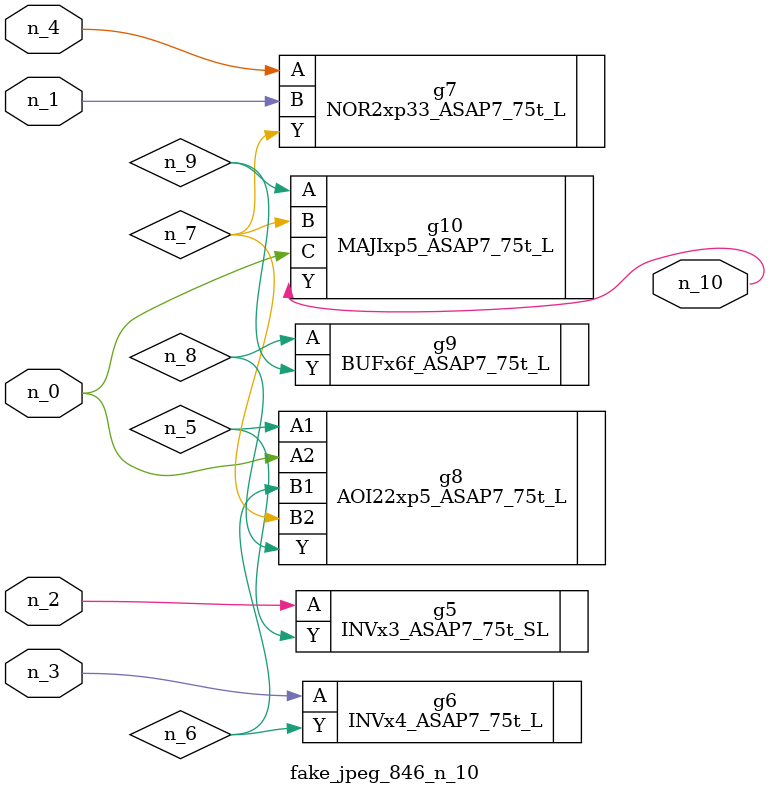
<source format=v>
module fake_jpeg_846_n_10 (n_3, n_2, n_1, n_0, n_4, n_10);

input n_3;
input n_2;
input n_1;
input n_0;
input n_4;

output n_10;

wire n_8;
wire n_9;
wire n_6;
wire n_5;
wire n_7;

INVx3_ASAP7_75t_SL g5 ( 
.A(n_2),
.Y(n_5)
);

INVx4_ASAP7_75t_L g6 ( 
.A(n_3),
.Y(n_6)
);

NOR2xp33_ASAP7_75t_L g7 ( 
.A(n_4),
.B(n_1),
.Y(n_7)
);

AOI22xp5_ASAP7_75t_L g8 ( 
.A1(n_5),
.A2(n_0),
.B1(n_6),
.B2(n_7),
.Y(n_8)
);

BUFx6f_ASAP7_75t_L g9 ( 
.A(n_8),
.Y(n_9)
);

MAJIxp5_ASAP7_75t_L g10 ( 
.A(n_9),
.B(n_7),
.C(n_0),
.Y(n_10)
);


endmodule
</source>
